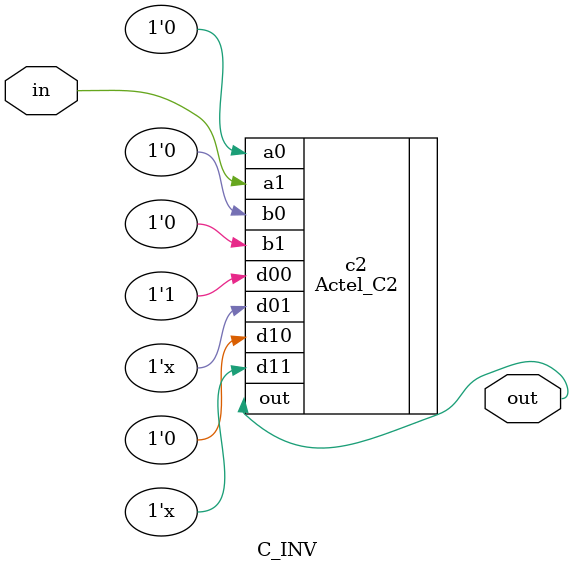
<source format=v>
module C_INV(in, out);

    input wire[0:0] in;
    output wire[0:0] out;

    Actel_C2 c2(
        .out(out),
        .d00(1'b1), .d01(1'bz), 
        .d10(1'b0), .d11(1'bz), 
        .a1(in),    .b1(1'b0), 
        .a0(1'b0),  .b0(1'b0)
    );

endmodule

</source>
